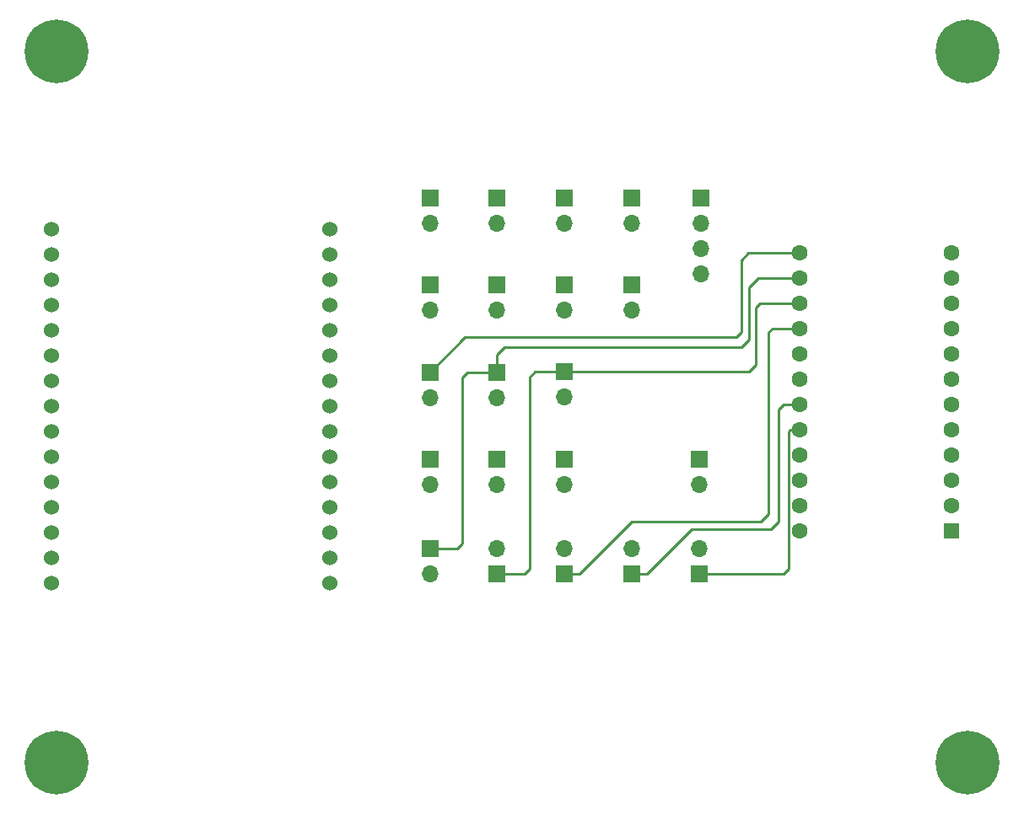
<source format=gbr>
%TF.GenerationSoftware,KiCad,Pcbnew,(6.0.1)*%
%TF.CreationDate,2023-02-06T14:24:32-05:00*%
%TF.ProjectId,Manette_JM,4d616e65-7474-4655-9f4a-4d2e6b696361,rev?*%
%TF.SameCoordinates,Original*%
%TF.FileFunction,Copper,L3,Inr*%
%TF.FilePolarity,Positive*%
%FSLAX46Y46*%
G04 Gerber Fmt 4.6, Leading zero omitted, Abs format (unit mm)*
G04 Created by KiCad (PCBNEW (6.0.1)) date 2023-02-06 14:24:32*
%MOMM*%
%LPD*%
G01*
G04 APERTURE LIST*
%TA.AperFunction,ComponentPad*%
%ADD10C,0.800000*%
%TD*%
%TA.AperFunction,ComponentPad*%
%ADD11C,6.400000*%
%TD*%
%TA.AperFunction,ComponentPad*%
%ADD12R,1.700000X1.700000*%
%TD*%
%TA.AperFunction,ComponentPad*%
%ADD13O,1.700000X1.700000*%
%TD*%
%TA.AperFunction,ComponentPad*%
%ADD14R,1.600000X1.600000*%
%TD*%
%TA.AperFunction,ComponentPad*%
%ADD15C,1.600000*%
%TD*%
%TA.AperFunction,ComponentPad*%
%ADD16C,1.524000*%
%TD*%
%TA.AperFunction,Conductor*%
%ADD17C,0.250000*%
%TD*%
G04 APERTURE END LIST*
D10*
%TO.N,unconnected-(H4-Pad1)*%
%TO.C,H4*%
X197250000Y-37350000D03*
X198947056Y-41447056D03*
X198947056Y-38052944D03*
X199650000Y-39750000D03*
D11*
X197250000Y-39750000D03*
D10*
X197250000Y-42150000D03*
X195552944Y-38052944D03*
X195552944Y-41447056D03*
X194850000Y-39750000D03*
%TD*%
%TO.N,unconnected-(H3-Pad1)*%
%TO.C,H3*%
X197250000Y-108850000D03*
X198947056Y-112947056D03*
X198947056Y-109552944D03*
X199650000Y-111250000D03*
D11*
X197250000Y-111250000D03*
D10*
X197250000Y-113650000D03*
X195552944Y-109552944D03*
X195552944Y-112947056D03*
X194850000Y-111250000D03*
%TD*%
%TO.N,unconnected-(H2-Pad1)*%
%TO.C,H2*%
X105750000Y-108850000D03*
X107447056Y-112947056D03*
X107447056Y-109552944D03*
X108150000Y-111250000D03*
D11*
X105750000Y-111250000D03*
D10*
X105750000Y-113650000D03*
X104052944Y-109552944D03*
X104052944Y-112947056D03*
X103350000Y-111250000D03*
%TD*%
%TO.N,unconnected-(H1-Pad1)*%
%TO.C,H1*%
X105750000Y-37350000D03*
X107447056Y-41447056D03*
X107447056Y-38052944D03*
X108150000Y-39750000D03*
D11*
X105750000Y-39750000D03*
D10*
X105750000Y-42150000D03*
X104052944Y-38052944D03*
X104052944Y-41447056D03*
X103350000Y-39750000D03*
%TD*%
D12*
%TO.N,Net-(J20-Pad1)*%
%TO.C,J20*%
X170250000Y-80750000D03*
D13*
%TO.N,GND*%
X170250000Y-83290000D03*
%TD*%
D12*
%TO.N,D3*%
%TO.C,J2*%
X150000000Y-54500000D03*
D13*
%TO.N,VCC*%
X150000000Y-57040000D03*
%TD*%
D12*
%TO.N,D16*%
%TO.C,J10*%
X150000000Y-72000000D03*
D13*
%TO.N,VCC*%
X150000000Y-74540000D03*
%TD*%
D14*
%TO.N,Net-(U1-Pad19)*%
%TO.C,U2*%
X195620000Y-87949999D03*
D15*
%TO.N,Net-(U1-Pad18)*%
X195620000Y-85409999D03*
%TO.N,GND*%
X195620000Y-82869999D03*
X195620000Y-80329999D03*
%TO.N,D2*%
X195620000Y-77789999D03*
%TO.N,D3*%
X195620000Y-75249999D03*
%TO.N,D4*%
X195620000Y-72709999D03*
%TO.N,D5*%
X195620000Y-70169999D03*
%TO.N,D6*%
X195620000Y-67629999D03*
%TO.N,D7*%
X195620000Y-65089999D03*
%TO.N,D8*%
X195620000Y-62549999D03*
%TO.N,D9*%
X195620000Y-60009999D03*
%TO.N,D10*%
X180380000Y-60009999D03*
%TO.N,D16*%
X180380000Y-62549999D03*
%TO.N,D14*%
X180380000Y-65089999D03*
%TO.N,D15*%
X180380000Y-67629999D03*
%TO.N,A0*%
X180380000Y-70169999D03*
%TO.N,A1*%
X180380000Y-72709999D03*
%TO.N,D20*%
X180380000Y-75249999D03*
%TO.N,D21*%
X180380000Y-77789999D03*
%TO.N,VCC*%
X180380000Y-80329999D03*
%TO.N,unconnected-(U2-Pad22)*%
X180380000Y-82869999D03*
%TO.N,GND*%
X180380000Y-85409999D03*
%TO.N,unconnected-(U2-Pad24)*%
X180380000Y-87949999D03*
%TD*%
D12*
%TO.N,D14*%
%TO.C,J11*%
X156750000Y-71985000D03*
D13*
%TO.N,VCC*%
X156750000Y-74525000D03*
%TD*%
D12*
%TO.N,D4*%
%TO.C,J3*%
X156750000Y-54500000D03*
D13*
%TO.N,VCC*%
X156750000Y-57040000D03*
%TD*%
D12*
%TO.N,D2*%
%TO.C,J1*%
X143250000Y-54500000D03*
D13*
%TO.N,VCC*%
X143250000Y-57040000D03*
%TD*%
D12*
%TO.N,D14*%
%TO.C,J16*%
X150000000Y-92250000D03*
D13*
%TO.N,VCC*%
X150000000Y-89710000D03*
%TD*%
D12*
%TO.N,D15*%
%TO.C,J12*%
X143250000Y-80750000D03*
D13*
%TO.N,VCC*%
X143250000Y-83290000D03*
%TD*%
D16*
%TO.N,unconnected-(U1-Pad1)*%
%TO.C,U1*%
X105280000Y-57680000D03*
%TO.N,unconnected-(U1-Pad2)*%
X105280000Y-60220000D03*
%TO.N,unconnected-(U1-Pad3)*%
X105280000Y-62760000D03*
%TO.N,unconnected-(U1-Pad4)*%
X105280000Y-65300000D03*
%TO.N,unconnected-(U1-Pad5)*%
X105280000Y-67840000D03*
%TO.N,unconnected-(U1-Pad6)*%
X105280000Y-70380000D03*
%TO.N,unconnected-(U1-Pad7)*%
X105280000Y-72920000D03*
%TO.N,unconnected-(U1-Pad8)*%
X105280000Y-75460000D03*
%TO.N,unconnected-(U1-Pad9)*%
X105280000Y-78000000D03*
%TO.N,GND*%
X105280000Y-80540000D03*
%TO.N,unconnected-(U1-Pad11)*%
X105280000Y-83080000D03*
%TO.N,unconnected-(U1-Pad12)*%
X105280000Y-85620000D03*
%TO.N,unconnected-(U1-Pad13)*%
X105280000Y-88160000D03*
%TO.N,GND*%
X105280000Y-90700000D03*
%TO.N,VCC*%
X105280000Y-93240000D03*
%TO.N,unconnected-(U1-Pad16)*%
X133220000Y-93240000D03*
%TO.N,GND*%
X133220000Y-90700000D03*
%TO.N,Net-(U1-Pad18)*%
X133220000Y-88160000D03*
%TO.N,Net-(U1-Pad19)*%
X133220000Y-85620000D03*
%TO.N,unconnected-(U1-Pad20)*%
X133220000Y-83080000D03*
%TO.N,unconnected-(U1-Pad21)*%
X133220000Y-80540000D03*
%TO.N,unconnected-(U1-Pad22)*%
X133220000Y-78000000D03*
%TO.N,unconnected-(U1-Pad23)*%
X133220000Y-75460000D03*
%TO.N,GND*%
X133220000Y-72920000D03*
%TO.N,unconnected-(U1-Pad25)*%
X133220000Y-70380000D03*
%TO.N,unconnected-(U1-Pad26)*%
X133220000Y-67840000D03*
%TO.N,unconnected-(U1-Pad27)*%
X133220000Y-65300000D03*
%TO.N,unconnected-(U1-Pad28)*%
X133220000Y-62760000D03*
%TO.N,unconnected-(U1-Pad29)*%
X133220000Y-60220000D03*
%TO.N,unconnected-(U1-Pad30)*%
X133220000Y-57680000D03*
%TD*%
D12*
%TO.N,D16*%
%TO.C,J15*%
X143250000Y-89750000D03*
D13*
%TO.N,VCC*%
X143250000Y-92290000D03*
%TD*%
D12*
%TO.N,D6*%
%TO.C,J5*%
X143250000Y-63250000D03*
D13*
%TO.N,VCC*%
X143250000Y-65790000D03*
%TD*%
D12*
%TO.N,A0*%
%TO.C,J21*%
X170500000Y-54525000D03*
D13*
%TO.N,A1*%
X170500000Y-57065000D03*
%TO.N,GND*%
X170500000Y-59605000D03*
%TO.N,VCC*%
X170500000Y-62145000D03*
%TD*%
D12*
%TO.N,D10*%
%TO.C,J9*%
X143250000Y-72000000D03*
D13*
%TO.N,VCC*%
X143250000Y-74540000D03*
%TD*%
D12*
%TO.N,D7*%
%TO.C,J6*%
X150000000Y-63250000D03*
D13*
%TO.N,VCC*%
X150000000Y-65790000D03*
%TD*%
D12*
%TO.N,D5*%
%TO.C,J4*%
X163500000Y-54500000D03*
D13*
%TO.N,VCC*%
X163500000Y-57040000D03*
%TD*%
D12*
%TO.N,D9*%
%TO.C,J8*%
X163500000Y-63250000D03*
D13*
%TO.N,VCC*%
X163500000Y-65790000D03*
%TD*%
D12*
%TO.N,D21*%
%TO.C,J19*%
X170250000Y-92275000D03*
D13*
%TO.N,VCC*%
X170250000Y-89735000D03*
%TD*%
D12*
%TO.N,D20*%
%TO.C,J13*%
X150000000Y-80750000D03*
D13*
%TO.N,VCC*%
X150000000Y-83290000D03*
%TD*%
D12*
%TO.N,D20*%
%TO.C,J18*%
X163500000Y-92250000D03*
D13*
%TO.N,VCC*%
X163500000Y-89710000D03*
%TD*%
D12*
%TO.N,D8*%
%TO.C,J7*%
X156750000Y-63250000D03*
D13*
%TO.N,VCC*%
X156750000Y-65790000D03*
%TD*%
D12*
%TO.N,D21*%
%TO.C,J14*%
X156750000Y-80750000D03*
D13*
%TO.N,VCC*%
X156750000Y-83290000D03*
%TD*%
D12*
%TO.N,D15*%
%TO.C,J17*%
X156750000Y-92250000D03*
D13*
%TO.N,VCC*%
X156750000Y-89710000D03*
%TD*%
D17*
%TO.N,D10*%
X174500000Y-60750000D02*
X174500000Y-68000000D01*
X174000000Y-68500000D02*
X146750000Y-68500000D01*
X180380000Y-60009999D02*
X175240001Y-60009999D01*
X146750000Y-68500000D02*
X143250000Y-72000000D01*
X175240001Y-60009999D02*
X174500000Y-60750000D01*
X174500000Y-68000000D02*
X174000000Y-68500000D01*
%TO.N,D16*%
X150000000Y-72000000D02*
X147000000Y-72000000D01*
X176200001Y-62549999D02*
X175250000Y-63500000D01*
X150750000Y-69500000D02*
X150000000Y-70250000D01*
X175250000Y-63500000D02*
X175250000Y-68750000D01*
X175250000Y-68750000D02*
X174500000Y-69500000D01*
X147000000Y-72000000D02*
X146500000Y-72500000D01*
X146500000Y-72500000D02*
X146500000Y-89250000D01*
X146500000Y-89250000D02*
X146000000Y-89750000D01*
X146000000Y-89750000D02*
X143250000Y-89750000D01*
X174500000Y-69500000D02*
X150750000Y-69500000D01*
X180380000Y-62549999D02*
X176200001Y-62549999D01*
X150000000Y-70250000D02*
X150000000Y-72000000D01*
%TO.N,D14*%
X153250000Y-72500000D02*
X153250000Y-91750000D01*
X152750000Y-92250000D02*
X150000000Y-92250000D01*
X153250000Y-91750000D02*
X152750000Y-92250000D01*
X156750000Y-71985000D02*
X153765000Y-71985000D01*
X180380000Y-65089999D02*
X176410001Y-65089999D01*
X153765000Y-71985000D02*
X153250000Y-72500000D01*
X176410001Y-65089999D02*
X176000000Y-65500000D01*
X175265000Y-71985000D02*
X156750000Y-71985000D01*
X176000000Y-65500000D02*
X176000000Y-71250000D01*
X176000000Y-71250000D02*
X175265000Y-71985000D01*
%TO.N,D15*%
X177250000Y-86250000D02*
X176500000Y-87000000D01*
X158250000Y-92250000D02*
X156750000Y-92250000D01*
X163500000Y-87000000D02*
X158250000Y-92250000D01*
X177250000Y-68000000D02*
X177250000Y-86250000D01*
X177620001Y-67629999D02*
X177250000Y-68000000D01*
X176500000Y-87000000D02*
X163500000Y-87000000D01*
X180380000Y-67629999D02*
X177620001Y-67629999D01*
%TO.N,D20*%
X177500000Y-87750000D02*
X169500000Y-87750000D01*
X178750001Y-75249999D02*
X178250000Y-75750000D01*
X169500000Y-87750000D02*
X165000000Y-92250000D01*
X180380000Y-75249999D02*
X178750001Y-75249999D01*
X178250000Y-75750000D02*
X178250000Y-87000000D01*
X178250000Y-87000000D02*
X177500000Y-87750000D01*
X165000000Y-92250000D02*
X163500000Y-92250000D01*
%TO.N,D21*%
X179460001Y-77789999D02*
X179250000Y-78000000D01*
X178725000Y-92275000D02*
X170250000Y-92275000D01*
X180380000Y-77789999D02*
X179460001Y-77789999D01*
X179250000Y-78000000D02*
X179250000Y-91750000D01*
X179250000Y-91750000D02*
X178725000Y-92275000D01*
%TD*%
M02*

</source>
